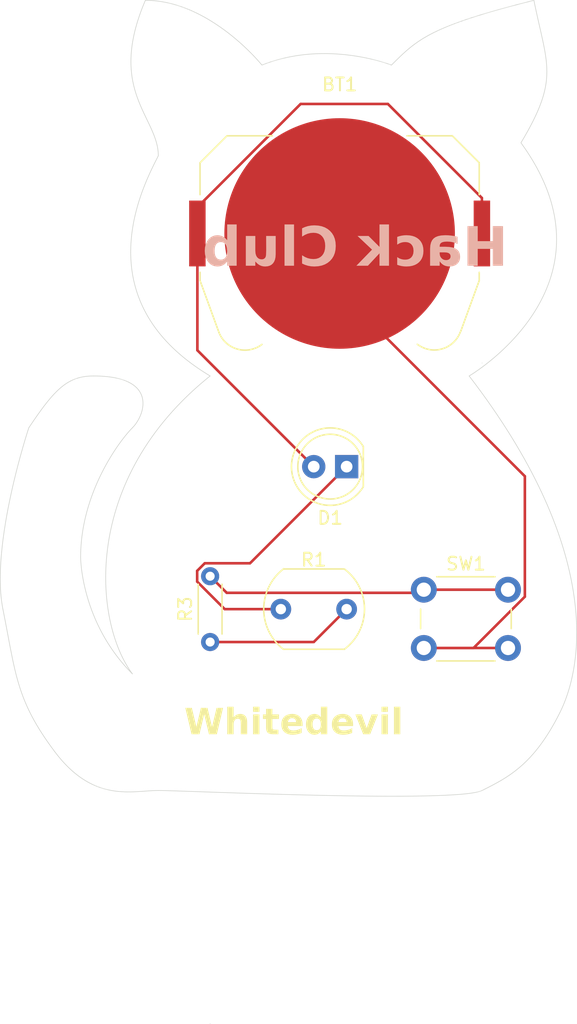
<source format=kicad_pcb>
(kicad_pcb (version 20241229) (generator "pcbnew") (generator_version "9.0")
  (layers (0 "F.Cu" signal) (2 "B.Cu" signal) (13 "F.Paste" user) (15 "B.Paste" user) (5 "F.SilkS" user "F.Silkscreen") (7 "B.SilkS" user "B.Silkscreen") (1 "F.Mask" user) (3 "B.Mask" user) (25 "Edge.Cuts" user))
  (net 0 "")
  (net 1 "Net-(BT1-+)")
  (net 2 "Net-(D1-K)")
  (net 3 "Net-(BT1--)")
  (net 4 "Net-(R1-Pad2)")
  (net 5 "Net-(R3-Pad2)")
  (footprint "LED_THT:LED_D5.0mm" (layer "F.Cu") (at 141.54 91 180)
    (property "Reference" "D1" (at 1.27 -3.96 0) (layer "F.SilkS"))
    (property "Value" "LED")
    (fp_line (start -1.29 -1.545) (end -1.29 1.545) (stroke (width 0.12)) (layer "F.SilkS"))
    (fp_arc (start 4.26 0.000048) (mid 2.071756 2.880501) (end -1.29 1.54483) (stroke (width 0.12)) (layer "F.SilkS"))
    (fp_arc (start -1.29 -1.54483) (mid 2.071756 -2.880501) (end 4.26 -0.000048) (stroke (width 0.12)) (layer "F.SilkS"))
    (fp_circle (center 1.27 0) (end 3.77 0) (stroke (width 0.12)) (fill no) (layer "F.SilkS"))
    (pad "1" thru_hole rect (at 0 0 180) (size 1.8 1.8) (drill 0.9) (layers "*.Cu" "*.Mask") (net 2 "Net-(D1-K)"))
    (pad "2" thru_hole circle (at 2.54 0 180) (size 1.8 1.8) (drill 0.9) (layers "*.Cu" "*.Mask") (net 1 "Net-(BT1-+)"))
  )
  (footprint "OptoDevice:R_LDR_7x6mm_P5.1mm_Vertical" (layer "F.Cu") (at 136.46 102)
    (property "Reference" "R1" (at 2.54 -3.81 0) (layer "F.SilkS"))
    (property "Value" "LDR03")
    (fp_line (start 0.2 -3.1) (end 4.9 -3.1) (stroke (width 0.12)) (layer "F.SilkS"))
    (fp_line (start 0.2 3.1) (end 4.9 3.1) (stroke (width 0.12)) (layer "F.SilkS"))
    (fp_arc (start 0.2 3.1) (mid -1.320423 -0.016888) (end 0.226796 -3.120561) (stroke (width 0.12)) (layer "F.SilkS"))
    (fp_arc (start 4.9 -3.1) (mid 6.460049 0.00492) (end 4.89209 3.105853) (stroke (width 0.12)) (layer "F.SilkS"))
    (pad "1" thru_hole circle (at 0 0) (size 1.6 1.6) (drill 0.8) (layers "*.Cu" "*.Mask") (net 2 "Net-(D1-K)"))
    (pad "2" thru_hole circle (at 5.08 0) (size 1.6 1.6) (drill 0.8) (layers "*.Cu" "*.Mask") (net 4 "Net-(R1-Pad2)"))
  )
  (footprint "Button_Switch_THT:SW_PUSH_6mm" (layer "F.Cu") (at 147.5 100.5)
    (property "Reference" "SW1" (at 3.25 -2 0) (layer "F.SilkS"))
    (property "Value" "SW_DIP_x01")
    (fp_line (start -0.25 1.5) (end -0.25 3) (stroke (width 0.12)) (layer "F.SilkS"))
    (fp_line (start 1 5.5) (end 5.5 5.5) (stroke (width 0.12)) (layer "F.SilkS"))
    (fp_line (start 5.5 -1) (end 1 -1) (stroke (width 0.12)) (layer "F.SilkS"))
    (fp_line (start 6.75 3) (end 6.75 1.5) (stroke (width 0.12)) (layer "F.SilkS"))
    (pad "1" thru_hole circle (at 0 0 90) (size 2 2) (drill 1.1) (layers "*.Cu" "*.Mask") (net 5 "Net-(R3-Pad2)"))
    (pad "1" thru_hole circle (at 6.5 0 90) (size 2 2) (drill 1.1) (layers "*.Cu" "*.Mask") (net 5 "Net-(R3-Pad2)"))
    (pad "2" thru_hole circle (at 0 4.5 90) (size 2 2) (drill 1.1) (layers "*.Cu" "*.Mask") (net 3 "Net-(BT1--)"))
    (pad "2" thru_hole circle (at 6.5 4.5 90) (size 2 2) (drill 1.1) (layers "*.Cu" "*.Mask") (net 3 "Net-(BT1--)"))
  )
  (footprint "Battery:BatteryHolder_Keystone_3034_1x20mm" (layer "F.Cu") (at 141 73)
    (property "Reference" "BT1" (at 0 -11.5 0) (layer "F.SilkS"))
    (property "Value" "Battery_Cell")
    (fp_line (start -10.78 -5.46) (end -10.78 -3) (stroke (width 0.12)) (layer "F.SilkS"))
    (fp_line (start -10.78 3) (end -10.78 3.63) (stroke (width 0.12)) (layer "F.SilkS"))
    (fp_line (start -10.78 3.63) (end -9.34 7.58) (stroke (width 0.12)) (layer "F.SilkS"))
    (fp_line (start -8.7 -7.54) (end -10.78 -5.46) (stroke (width 0.12)) (layer "F.SilkS"))
    (fp_line (start -5.2 -7.54) (end -8.7 -7.54) (stroke (width 0.12)) (layer "F.SilkS"))
    (fp_line (start 8.7 -7.54) (end 5.2 -7.54) (stroke (width 0.12)) (layer "F.SilkS"))
    (fp_line (start 8.7 -7.54) (end 10.78 -5.46) (stroke (width 0.12)) (layer "F.SilkS"))
    (fp_line (start 10.78 -5.46) (end 10.78 -3) (stroke (width 0.12)) (layer "F.SilkS"))
    (fp_line (start 10.78 3) (end 10.78 3.63) (stroke (width 0.12)) (layer "F.SilkS"))
    (fp_line (start 10.78 3.63) (end 9.34 7.58) (stroke (width 0.12)) (layer "F.SilkS"))
    (fp_arc (start -6.003354 8.56653) (mid -7.921654 8.918738) (end -9.34 7.58) (stroke (width 0.12)) (layer "F.SilkS"))
    (fp_arc (start 9.325243 7.588169) (mid 7.90634 8.911668) (end 6 8.55) (stroke (width 0.12)) (layer "F.SilkS"))
    (pad "1" smd rect (at -10.985 0) (size 1.27 5.08) (layers "F.Cu" "F.Mask" "F.Paste") (net 1 "Net-(BT1-+)"))
    (pad "1" smd rect (at 10.985 0) (size 1.27 5.08) (layers "F.Cu" "F.Mask" "F.Paste") (net 1 "Net-(BT1-+)"))
    (pad "2" smd circle (at 0 0) (size 17.8 17.8) (layers "F.Cu" "F.Mask") (net 3 "Net-(BT1--)"))
  )
  (footprint "Resistor_THT:R_Axial_DIN0204_L3.6mm_D1.6mm_P5.08mm_Horizontal" (layer "F.Cu") (at 131 104.54 90)
    (property "Reference" "R3" (at 2.54 -1.92 90) (layer "F.SilkS"))
    (property "Value" "R")
    (fp_line (start 0.62 -0.92) (end 4.46 -0.92) (stroke (width 0.12)) (layer "F.SilkS"))
    (fp_line (start 0.62 0.92) (end 4.46 0.92) (stroke (width 0.12)) (layer "F.SilkS"))
    (pad "1" thru_hole circle (at 0 0 90) (size 1.4 1.4) (drill 0.7) (layers "*.Cu" "*.Mask") (net 4 "Net-(R1-Pad2)"))
    (pad "2" thru_hole oval (at 5.08 0 90) (size 1.4 1.4) (drill 0.7) (layers "*.Cu" "*.Mask") (net 5 "Net-(R3-Pad2)"))
  )
  (gr_curve (pts (xy 119 113) (xy 116 109) (xy 116 107) (xy 115 102)) (stroke (width 0.05)) (layer "Edge.Cuts"))
  (gr_curve (pts (xy 127 116) (xy 125 116) (xy 122 117) (xy 119 113)) (stroke (width 0.05)) (layer "Edge.Cuts"))
  (gr_curve (pts (xy 125 88) (xy 124 89) (xy 121 93) (xy 121 98)) (stroke (width 0.05)) (layer "Edge.Cuts"))
  (gr_curve (pts (xy 121 98) (xy 121 98) (xy 121 103) (xy 125 107)) (stroke (width 0.05)) (layer "Edge.Cuts"))
  (gr_curve (pts (xy 117 88) (xy 119 85) (xy 120 84) (xy 122 84)) (stroke (width 0.05)) (layer "Edge.Cuts"))
  (gr_curve (pts (xy 122 84) (xy 127 84) (xy 126 87) (xy 125 88)) (stroke (width 0.05)) (layer "Edge.Cuts"))
  (gr_curve (pts (xy 145 60) (xy 147 58) (xy 148 57) (xy 156 55)) (stroke (width 0.05)) (layer "Edge.Cuts"))
  (gr_curve (pts (xy 115 102) (xy 114 97) (xy 117 88) (xy 117 88)) (stroke (width 0.05)) (layer "Edge.Cuts"))
  (gr_curve (pts (xy 152 83) (xy 152 83) (xy 152 83) (xy 152 83)) (stroke (width 0.05)) (layer "Edge.Cuts"))
  (gr_curve (pts (xy 131 84) (xy 121 78) (xy 126 69) (xy 127 67)) (stroke (width 0.05)) (layer "Edge.Cuts"))
  (gr_curve (pts (xy 131 134) (xy 131 134) (xy 131 134) (xy 131 134)) (stroke (width 0.05)) (layer "Edge.Cuts"))
  (gr_curve (pts (xy 158 110) (xy 156 114) (xy 154 115) (xy 152 116)) (stroke (width 0.05)) (layer "Edge.Cuts"))
  (gr_curve (pts (xy 155 66) (xy 163 77) (xy 151 84) (xy 151 84)) (stroke (width 0.05)) (layer "Edge.Cuts"))
  (gr_curve (pts (xy 155 66) (xy 158 61) (xy 157 60) (xy 156 55)) (stroke (width 0.05)) (layer "Edge.Cuts"))
  (gr_curve (pts (xy 127 67) (xy 127 64) (xy 123 62) (xy 126 55)) (stroke (width 0.05)) (layer "Edge.Cuts"))
  (gr_curve (pts (xy 131 84) (xy 121 92) (xy 122 103) (xy 125 107)) (stroke (width 0.05)) (layer "Edge.Cuts"))
  (gr_curve (pts (xy 152 116) (xy 150 117) (xy 129 116) (xy 127 116)) (stroke (width 0.05)) (layer "Edge.Cuts"))
  (gr_curve (pts (xy 151 84) (xy 161 97) (xy 160 106) (xy 158 110)) (stroke (width 0.05)) (layer "Edge.Cuts"))
  (gr_curve (pts (xy 126 55) (xy 131 55) (xy 135 60) (xy 135 60)) (stroke (width 0.05)) (layer "Edge.Cuts"))
  (gr_curve (pts (xy 135 60) (xy 140 58) (xy 145 60) (xy 145 60)) (stroke (width 0.05)) (layer "Edge.Cuts"))
  (gr_text "Whitedevil" (at 129 112 0) (layer "F.SilkS") (effects (font (size 2 2) (thickness 0.2) (bold yes) (italic yes)) (justify left bottom)))
  (gr_text "Hack Club" (at 154 76 0) (layer "B.SilkS") (effects (font (size 3 3) (thickness 0.2) (bold yes)) (justify left bottom mirror)))
  (segment (start 151.985 73) (end 151.985 70.26) (width 0.2) (layer "F.Cu") (net 1))
  (segment (start 151.985 70.26) (end 144.725 63) (width 0.2) (layer "F.Cu") (net 1))
  (segment (start 130.015 70.972821) (end 130.015 73) (width 0.2) (layer "F.Cu") (net 1))
  (segment (start 144.725 63) (end 137.987821 63) (width 0.2) (layer "F.Cu") (net 1))
  (segment (start 130.015 73) (end 130.015 82.015) (width 0.2) (layer "F.Cu") (net 1))
  (segment (start 130.015 82.015) (end 139 91) (width 0.2) (layer "F.Cu") (net 1))
  (segment (start 137.987821 63) (end 130.015 70.972821) (width 0.2) (layer "F.Cu") (net 1))
  (segment (start 129.999 99.045372) (end 129.999 99.874628) (width 0.2) (layer "F.Cu") (net 2))
  (segment (start 130.585372 98.459) (end 129.999 99.045372) (width 0.2) (layer "F.Cu") (net 2))
  (segment (start 134.081 98.459) (end 130.585372 98.459) (width 0.2) (layer "F.Cu") (net 2))
  (segment (start 132.124372 102) (end 136.46 102) (width 0.2) (layer "F.Cu") (net 2))
  (segment (start 129.999 99.874628) (end 132.124372 102) (width 0.2) (layer "F.Cu") (net 2))
  (segment (start 141.54 91) (end 134.081 98.459) (width 0.2) (layer "F.Cu") (net 2))
  (segment (start 155.301 91.743414) (end 141 77.442414) (width 0.2) (layer "F.Cu") (net 3))
  (segment (start 141 77.442414) (end 141 73) (width 0.2) (layer "F.Cu") (net 3))
  (segment (start 155.301 101.038892) (end 155.301 91.743414) (width 0.2) (layer "F.Cu") (net 3))
  (segment (start 147.5 105) (end 151.339892 105) (width 0.2) (layer "F.Cu") (net 3))
  (segment (start 151.339892 105) (end 155.301 101.038892) (width 0.2) (layer "F.Cu") (net 3))
  (segment (start 141 73) (end 140.339 73.661) (width 0.2) (layer "F.Cu") (net 3))
  (segment (start 147.5 105) (end 154 105) (width 0.2) (layer "F.Cu") (net 3))
  (segment (start 139 104.54) (end 141.54 102) (width 0.2) (layer "F.Cu") (net 4))
  (segment (start 131 104.54) (end 139 104.54) (width 0.2) (layer "F.Cu") (net 4))
  (segment (start 147.5 100.5) (end 147.26 100.74) (width 0.2) (layer "F.Cu") (net 5))
  (segment (start 147.26 100.74) (end 132.28 100.74) (width 0.2) (layer "F.Cu") (net 5))
  (segment (start 132.28 100.74) (end 131 99.46) (width 0.2) (layer "F.Cu") (net 5))
  (segment (start 154 100.5) (end 147.5 100.5) (width 0.2) (layer "F.Cu") (net 5))
)
</source>
